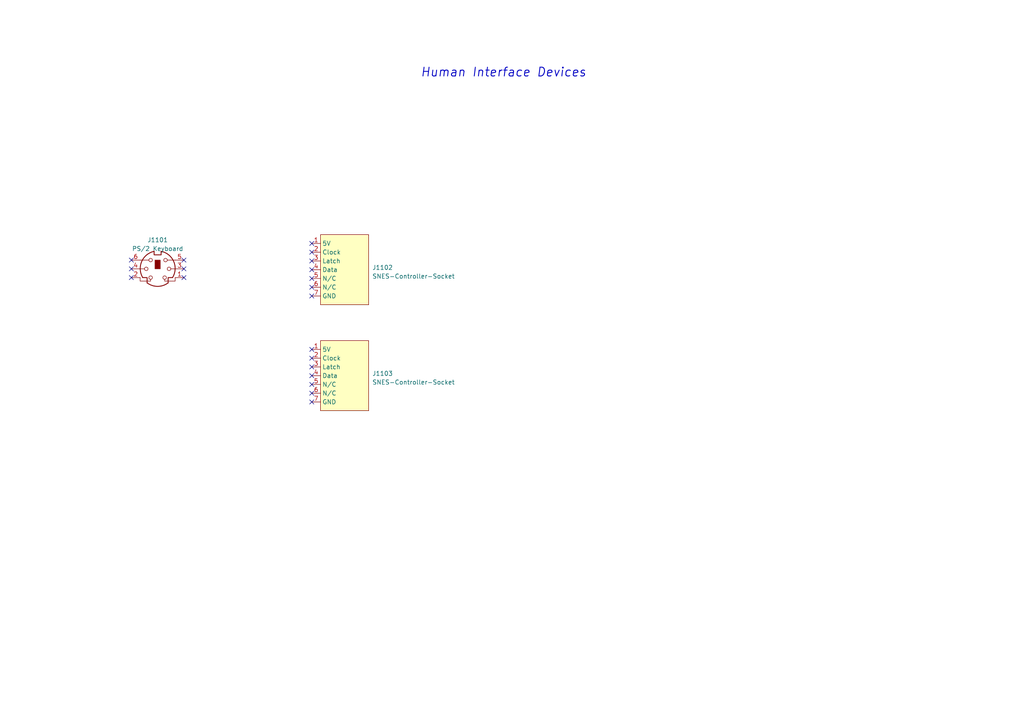
<source format=kicad_sch>
(kicad_sch (version 20230121) (generator eeschema)
  (paper "A4")
  (title_block (title "6809 Playground system board") (date "2023-07-16") (company "Copyright (c) 2022-2023 Jason R. Thorpe. See LICENSE."))
  (lib_symbols
    (symbol "Connector:Mini-DIN-6" (pin_names (offset 1.016))
      (property "Reference" "J" (at 0 6.35 0))
      (property "Value" "Mini-DIN-6" (at 0 -6.35 0))
      (symbol "Mini-DIN-6_0_1"
        (circle (center -3.302 0) (radius 0.508))
        (arc (start -3.048 -4.064) (mid 0 -5.08) (end 3.048 -4.064) (stroke (width 0.254)))
        (circle (center -2.032 -2.54) (radius 0.508))
        (circle (center -2.032 2.54) (radius 0.508))
        (arc (start -1.016 5.08) (mid -4.6228 2.1214) (end -4.318 -2.54) (stroke (width 0.254)))
        (rectangle (start -0.762 2.54) (end 0.762 0) (fill (type outline)))
        (polyline (pts (xy -3.81 0) (xy -5.08 0)))
        (polyline (pts (xy -2.54 2.54) (xy -5.08 2.54)))
        (polyline (pts (xy 2.794 2.54) (xy 5.08 2.54)))
        (polyline (pts (xy 5.08 0) (xy 3.81 0)))
        (polyline (pts (xy -4.318 -2.54) (xy -3.048 -2.54) (xy -3.048 -4.064)) (stroke (width 0.254)))
        (polyline (pts (xy 4.318 -2.54) (xy 3.048 -2.54) (xy 3.048 -4.064)) (stroke (width 0.254)))
        (polyline (pts (xy -2.032 -3.048) (xy -2.032 -3.556) (xy -5.08 -3.556) (xy -5.08 -2.54)))
        (polyline (pts (xy -1.016 5.08) (xy -1.016 4.064) (xy 1.016 4.064) (xy 1.016 5.08)) (stroke (width 0.254)))
        (polyline (pts (xy 2.032 -3.048) (xy 2.032 -3.556) (xy 5.08 -3.556) (xy 5.08 -2.54)))
        (circle (center 2.032 -2.54) (radius 0.508))
        (circle (center 2.286 2.54) (radius 0.508))
        (circle (center 3.302 0) (radius 0.508))
        (arc (start 4.318 -2.54) (mid 4.6661 2.1322) (end 1.016 5.08) (stroke (width 0.254)))
      )
      (symbol "Mini-DIN-6_1_1"
        (pin passive line (at 7.62 -2.54 180) (length 2.54) (name "~") (number "1"))
        (pin passive line (at -7.62 -2.54 0) (length 2.54) (name "~") (number "2"))
        (pin passive line (at 7.62 0 180) (length 2.54) (name "~") (number "3"))
        (pin passive line (at -7.62 0 0) (length 2.54) (name "~") (number "4"))
        (pin passive line (at 7.62 2.54 180) (length 2.54) (name "~") (number "5"))
        (pin passive line (at -7.62 2.54 0) (length 2.54) (name "~") (number "6"))
      )
    )
    (symbol "jrt-SNES:SNES-Controller-Socket"
      (property "Reference" "J" (at 0 0 0))
      (property "Value" "SNES-Controller-Socket" (at 0 2.54 0))
      (symbol "SNES-Controller-Socket_0_1"
        (rectangle (start -6.35 -2.54) (end 7.62 -22.86) (fill (type background)))
      )
      (symbol "SNES-Controller-Socket_1_1"
        (pin power_in line (at -8.89 -5.08 0) (length 2.54) (name "5V") (number "1"))
        (pin input line (at -8.89 -7.62 0) (length 2.54) (name "Clock") (number "2"))
        (pin input line (at -8.89 -10.16 0) (length 2.54) (name "Latch") (number "3"))
        (pin output line (at -8.89 -12.7 0) (length 2.54) (name "Data") (number "4"))
        (pin bidirectional line (at -8.89 -15.24 0) (length 2.54) (name "N/C") (number "5"))
        (pin bidirectional line (at -8.89 -17.78 0) (length 2.54) (name "N/C") (number "6"))
        (pin power_in line (at -8.89 -20.32 0) (length 2.54) (name "GND") (number "7"))
      )
    )
  )
  (no_connect (at 90.424 78.232))
  (no_connect (at 90.424 116.586))
  (no_connect (at 90.424 73.152))
  (no_connect (at 53.34 75.438))
  (no_connect (at 90.424 101.346))
  (no_connect (at 90.424 106.426))
  (no_connect (at 90.424 85.852))
  (no_connect (at 53.34 80.518))
  (no_connect (at 53.34 77.978))
  (no_connect (at 38.1 80.518))
  (no_connect (at 38.1 77.978))
  (no_connect (at 90.424 111.506))
  (no_connect (at 90.424 114.046))
  (no_connect (at 90.424 75.692))
  (no_connect (at 90.424 108.966))
  (no_connect (at 90.424 83.312))
  (no_connect (at 90.424 70.612))
  (no_connect (at 38.1 75.438))
  (no_connect (at 90.424 103.886))
  (no_connect (at 90.424 80.772))
  (text "Human Interface Devices" (at 121.92 22.606 0) (effects (font (size 2.54 2.54) (thickness 0.254) bold italic) (justify left bottom)))
  (symbol (lib_id "jrt-SNES:SNES-Controller-Socket") (at 99.314 65.532 0) (unit 1)
    (property "Reference" "J1102" (at 107.95 77.597 0) (effects (justify left)))
    (property "Value" "SNES-Controller-Socket" (at 107.95 80.137 0) (effects (justify left)))
    (property "Footprint" "jrt-SNES:SNES-Connector_Vertical" (effects hide))
  )
  (symbol (lib_id "jrt-SNES:SNES-Controller-Socket") (at 99.314 96.266 0) (unit 1)
    (property "Reference" "J1103" (at 107.95 108.331 0) (effects (justify left)))
    (property "Value" "SNES-Controller-Socket" (at 107.95 110.871 0) (effects (justify left)))
    (property "Footprint" "jrt-SNES:SNES-Connector_Vertical" (effects hide))
  )
  (symbol (lib_id "Connector:Mini-DIN-6") (at 45.72 77.978 0) (unit 1)
    (property "Reference" "J1101" (at 45.7377 69.596 0))
    (property "Value" "PS/2 Keyboard" (at 45.7377 72.136 0))
    (property "Footprint" "Connector_PinHeader_2.54mm:PinHeader_1x06_P2.54mm_Horizontal" (effects hide))
    (property "Datasheet" "http://service.powerdynamics.com/ec/Catalog17/Section%2011.pdf" (effects hide))
  )
)
</source>
